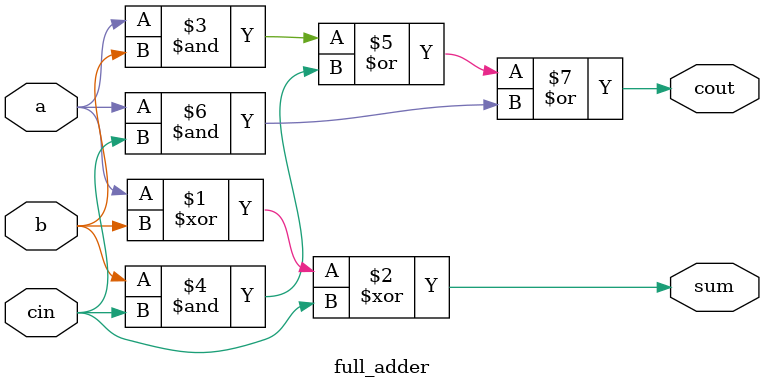
<source format=v>
module full_adder (
    input wire a,
    input wire b,
    input wire cin,
    output wire sum,
    output wire cout
);

    assign sum  = a ^ b ^ cin;
    assign cout = (a & b) | (b & cin) | (a & cin);

endmodule

</source>
